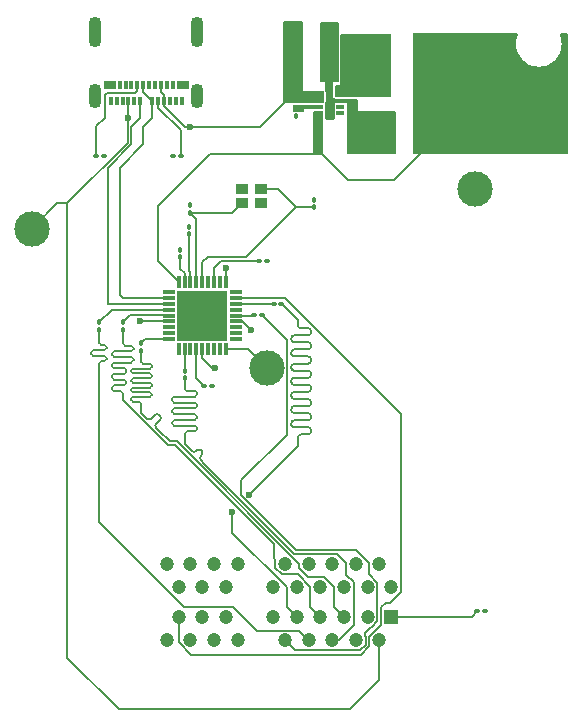
<source format=gbr>
%TF.GenerationSoftware,KiCad,Pcbnew,8.0.8*%
%TF.CreationDate,2025-07-23T18:15:36+02:00*%
%TF.ProjectId,CartridgeMk3ReaderMk6,43617274-7269-4646-9765-4d6b33526561,rev?*%
%TF.SameCoordinates,PX30a32c0PY5466720*%
%TF.FileFunction,Copper,L1,Top*%
%TF.FilePolarity,Positive*%
%FSLAX46Y46*%
G04 Gerber Fmt 4.6, Leading zero omitted, Abs format (unit mm)*
G04 Created by KiCad (PCBNEW 8.0.8) date 2025-07-23 18:15:36*
%MOMM*%
%LPD*%
G01*
G04 APERTURE LIST*
G04 Aperture macros list*
%AMRoundRect*
0 Rectangle with rounded corners*
0 $1 Rounding radius*
0 $2 $3 $4 $5 $6 $7 $8 $9 X,Y pos of 4 corners*
0 Add a 4 corners polygon primitive as box body*
4,1,4,$2,$3,$4,$5,$6,$7,$8,$9,$2,$3,0*
0 Add four circle primitives for the rounded corners*
1,1,$1+$1,$2,$3*
1,1,$1+$1,$4,$5*
1,1,$1+$1,$6,$7*
1,1,$1+$1,$8,$9*
0 Add four rect primitives between the rounded corners*
20,1,$1+$1,$2,$3,$4,$5,0*
20,1,$1+$1,$4,$5,$6,$7,0*
20,1,$1+$1,$6,$7,$8,$9,0*
20,1,$1+$1,$8,$9,$2,$3,0*%
G04 Aperture macros list end*
%TA.AperFunction,SMDPad,CuDef*%
%ADD10RoundRect,0.100000X0.100000X-0.130000X0.100000X0.130000X-0.100000X0.130000X-0.100000X-0.130000X0*%
%TD*%
%TA.AperFunction,SMDPad,CuDef*%
%ADD11RoundRect,0.100000X-0.130000X-0.100000X0.130000X-0.100000X0.130000X0.100000X-0.130000X0.100000X0*%
%TD*%
%TA.AperFunction,SMDPad,CuDef*%
%ADD12C,3.000000*%
%TD*%
%TA.AperFunction,SMDPad,CuDef*%
%ADD13RoundRect,0.250000X-0.325000X-0.650000X0.325000X-0.650000X0.325000X0.650000X-0.325000X0.650000X0*%
%TD*%
%TA.AperFunction,SMDPad,CuDef*%
%ADD14R,1.050000X0.300000*%
%TD*%
%TA.AperFunction,SMDPad,CuDef*%
%ADD15R,0.300000X1.050000*%
%TD*%
%TA.AperFunction,SMDPad,CuDef*%
%ADD16R,4.200000X4.200000*%
%TD*%
%TA.AperFunction,SMDPad,CuDef*%
%ADD17R,1.550000X4.500000*%
%TD*%
%TA.AperFunction,SMDPad,CuDef*%
%ADD18RoundRect,0.100000X-0.100000X0.130000X-0.100000X-0.130000X0.100000X-0.130000X0.100000X0.130000X0*%
%TD*%
%TA.AperFunction,ComponentPad*%
%ADD19R,1.200000X1.200000*%
%TD*%
%TA.AperFunction,ComponentPad*%
%ADD20C,1.200000*%
%TD*%
%TA.AperFunction,SMDPad,CuDef*%
%ADD21R,1.000000X0.900000*%
%TD*%
%TA.AperFunction,SMDPad,CuDef*%
%ADD22R,0.300000X0.700000*%
%TD*%
%TA.AperFunction,SMDPad,CuDef*%
%ADD23R,1.000000X0.700000*%
%TD*%
%TA.AperFunction,HeatsinkPad*%
%ADD24O,1.100000X2.100000*%
%TD*%
%TA.AperFunction,HeatsinkPad*%
%ADD25O,1.100000X2.600000*%
%TD*%
%TA.AperFunction,SMDPad,CuDef*%
%ADD26RoundRect,0.250000X0.325000X0.650000X-0.325000X0.650000X-0.325000X-0.650000X0.325000X-0.650000X0*%
%TD*%
%TA.AperFunction,SMDPad,CuDef*%
%ADD27R,0.825000X0.300000*%
%TD*%
%TA.AperFunction,SMDPad,CuDef*%
%ADD28R,0.725000X0.300000*%
%TD*%
%TA.AperFunction,SMDPad,CuDef*%
%ADD29RoundRect,0.100000X0.130000X0.100000X-0.130000X0.100000X-0.130000X-0.100000X0.130000X-0.100000X0*%
%TD*%
%TA.AperFunction,ViaPad*%
%ADD30C,0.600000*%
%TD*%
%TA.AperFunction,ViaPad*%
%ADD31C,0.400000*%
%TD*%
%TA.AperFunction,Conductor*%
%ADD32C,0.200000*%
%TD*%
G04 APERTURE END LIST*
D10*
%TO.P,R3,1*%
%TO.N,USB_RBIAS*%
X16150000Y48425000D03*
%TO.P,R3,2*%
%TO.N,GND*%
X16150000Y49065000D03*
%TD*%
D11*
%TO.P,R4,1*%
%TO.N,SD_WP*%
X22810000Y48150000D03*
%TO.P,R4,2*%
%TO.N,GND*%
X23450000Y48150000D03*
%TD*%
D12*
%TO.P,TP3,1,1*%
%TO.N,3V3*%
X46850000Y59900000D03*
%TD*%
D10*
%TO.P,C4,1*%
%TO.N,Net-(IC1-VDD18PLL)*%
X16850000Y50375000D03*
%TO.P,C4,2*%
%TO.N,GND*%
X16850000Y51015000D03*
%TD*%
D13*
%TO.P,C6,1*%
%TO.N,GND*%
X33725000Y59800000D03*
%TO.P,C6,2*%
%TO.N,3V3*%
X36675000Y59800000D03*
%TD*%
D10*
%TO.P,R8,1*%
%TO.N,SD_CMD*%
X16500000Y38180000D03*
%TO.P,R8,2*%
%TO.N,Net-(IC1-SD_CMD)*%
X16500000Y38820000D03*
%TD*%
D14*
%TO.P,IC1,1,LED*%
%TO.N,unconnected-(IC1-LED-Pad1)*%
X15150000Y45500000D03*
%TO.P,IC1,2,USB+*%
%TO.N,D+*%
X15150000Y45000000D03*
%TO.P,IC1,3,USB-*%
%TO.N,D-*%
X15150000Y44500000D03*
%TO.P,IC1,4,SD_D1*%
%TO.N,Net-(IC1-SD_D1)*%
X15150000Y44000000D03*
%TO.P,IC1,5,SD_D0*%
%TO.N,Net-(IC1-SD_D0)*%
X15150000Y43500000D03*
%TO.P,IC1,6,VDD33_1*%
%TO.N,3V3*%
X15150000Y43000000D03*
%TO.P,IC1,7,SD_D7*%
%TO.N,unconnected-(IC1-SD_D7-Pad7)*%
X15150000Y42500000D03*
%TO.P,IC1,8,SD_D6*%
%TO.N,unconnected-(IC1-SD_D6-Pad8)*%
X15150000Y42000000D03*
%TO.P,IC1,9,SD_CLK*%
%TO.N,Net-(IC1-SD_CLK)*%
X15150000Y41500000D03*
D15*
%TO.P,IC1,10,SD_D5*%
%TO.N,unconnected-(IC1-SD_D5-Pad10)*%
X16000000Y40650000D03*
%TO.P,IC1,11,SD_CMD*%
%TO.N,Net-(IC1-SD_CMD)*%
X16500000Y40650000D03*
%TO.P,IC1,12,NC_1*%
%TO.N,unconnected-(IC1-NC_1-Pad12)*%
X17000000Y40650000D03*
%TO.P,IC1,13,VDD18*%
%TO.N,Net-(IC1-VDD18)*%
X17500000Y40650000D03*
%TO.P,IC1,14,VDD33_2*%
%TO.N,3V3*%
X18000000Y40650000D03*
%TO.P,IC1,15,NC_2*%
%TO.N,unconnected-(IC1-NC_2-Pad15)*%
X18500000Y40650000D03*
%TO.P,IC1,16,NC_3*%
%TO.N,unconnected-(IC1-NC_3-Pad16)*%
X19000000Y40650000D03*
%TO.P,IC1,17,NC_4*%
%TO.N,unconnected-(IC1-NC_4-Pad17)*%
X19500000Y40650000D03*
%TO.P,IC1,18,RESET_N*%
%TO.N,Net-(IC1-RESET_N)*%
X20000000Y40650000D03*
D14*
%TO.P,IC1,19,NC_5*%
%TO.N,unconnected-(IC1-NC_5-Pad19)*%
X20850000Y41500000D03*
%TO.P,IC1,20,SD_D4*%
%TO.N,unconnected-(IC1-SD_D4-Pad20)*%
X20850000Y42000000D03*
%TO.P,IC1,21,CRD_PWR*%
%TO.N,unconnected-(IC1-CRD_PWR-Pad21)*%
X20850000Y42500000D03*
%TO.P,IC1,22,VDD33_3*%
%TO.N,3V3*%
X20850000Y43000000D03*
%TO.P,IC1,23,SD_D3*%
%TO.N,Net-(IC1-SD_D3)*%
X20850000Y43500000D03*
%TO.P,IC1,24,NC_6*%
%TO.N,unconnected-(IC1-NC_6-Pad24)*%
X20850000Y44000000D03*
%TO.P,IC1,25,SD_D2*%
%TO.N,Net-(IC1-SD_D2)*%
X20850000Y44500000D03*
%TO.P,IC1,26,SD_NCD*%
%TO.N,CARD_PRESENT*%
X20850000Y45000000D03*
%TO.P,IC1,27,RXD/SDA*%
%TO.N,unconnected-(IC1-RXD{slash}SDA-Pad27)*%
X20850000Y45500000D03*
D15*
%TO.P,IC1,28,TEST*%
%TO.N,GND*%
X20000000Y46350000D03*
%TO.P,IC1,29,NC_7*%
%TO.N,unconnected-(IC1-NC_7-Pad29)*%
X19500000Y46350000D03*
%TO.P,IC1,30,SD_WP*%
%TO.N,SD_WP*%
X19000000Y46350000D03*
%TO.P,IC1,31,TXD/SCK*%
%TO.N,unconnected-(IC1-TXD{slash}SCK-Pad31)*%
X18500000Y46350000D03*
%TO.P,IC1,32,XTAL2*%
%TO.N,USB_XTAL_OUT*%
X18000000Y46350000D03*
%TO.P,IC1,33,XTAL1_(CLKIN)*%
%TO.N,USB_XTAL_IN*%
X17500000Y46350000D03*
%TO.P,IC1,34,VDD18PLL*%
%TO.N,Net-(IC1-VDD18PLL)*%
X17000000Y46350000D03*
%TO.P,IC1,35,RBIAS*%
%TO.N,USB_RBIAS*%
X16500000Y46350000D03*
%TO.P,IC1,36,VDDA33*%
%TO.N,3V3*%
X16000000Y46350000D03*
D16*
%TO.P,IC1,37,VSS*%
%TO.N,GND*%
X18000000Y43500000D03*
%TD*%
D17*
%TO.P,L1,1,1*%
%TO.N,3V3*%
X36875000Y64600000D03*
%TO.P,L1,2,2*%
%TO.N,Net-(IC2-LX)*%
X33025000Y64600000D03*
%TD*%
D11*
%TO.P,R1,1*%
%TO.N,GND*%
X15525000Y57000000D03*
%TO.P,R1,2*%
%TO.N,Net-(J2-CC1)*%
X16165000Y57000000D03*
%TD*%
%TO.P,R5,1*%
%TO.N,SUPPLY*%
X41280000Y18450000D03*
%TO.P,R5,2*%
%TO.N,GND*%
X41920000Y18450000D03*
%TD*%
D18*
%TO.P,C5,1*%
%TO.N,Net-(IC2-VCC)*%
X25900000Y61015000D03*
%TO.P,C5,2*%
%TO.N,GND*%
X25900000Y60375000D03*
%TD*%
D11*
%TO.P,C3,1*%
%TO.N,Net-(IC1-VDD18)*%
X18180000Y37500000D03*
%TO.P,C3,2*%
%TO.N,GND*%
X18820000Y37500000D03*
%TD*%
D18*
%TO.P,R11,1*%
%TO.N,Net-(IC1-SD_D1)*%
X9250000Y42920000D03*
%TO.P,R11,2*%
%TO.N,SD_DAT1*%
X9250000Y42280000D03*
%TD*%
D19*
%TO.P,J1,A1,A1*%
%TO.N,SUPPLY*%
X34000000Y18000000D03*
D20*
%TO.P,J1,A2,A2*%
%TO.N,VCC*%
X33000000Y16000000D03*
%TO.P,J1,A3,A3*%
%TO.N,3V3*%
X32000000Y18000000D03*
%TO.P,J1,A4,A4*%
%TO.N,GND*%
X31000000Y16000000D03*
%TO.P,J1,A5,A5*%
%TO.N,SD_CLK*%
X30000000Y18000000D03*
%TO.P,J1,A6,A6*%
%TO.N,SD_CMD*%
X29000000Y16000000D03*
%TO.P,J1,A7,A7*%
%TO.N,SD_DAT0*%
X28000000Y18000000D03*
%TO.P,J1,A8,A8*%
%TO.N,SD_DAT1*%
X27000000Y16000000D03*
%TO.P,J1,A9,A9*%
%TO.N,SD_DAT2*%
X26000000Y18000000D03*
%TO.P,J1,A10,A10*%
%TO.N,SD_DAT3*%
X25000000Y16000000D03*
%TO.P,J1,A11,A11*%
%TO.N,unconnected-(J1-PadA11)*%
X24000000Y18000000D03*
%TO.P,J1,A12,A12*%
%TO.N,unconnected-(J1-PadA12)*%
X21000000Y16000000D03*
%TO.P,J1,A13,A13*%
%TO.N,unconnected-(J1-PadA13)*%
X20000000Y18000000D03*
%TO.P,J1,A14,A14*%
%TO.N,unconnected-(J1-PadA14)*%
X19000000Y16000000D03*
%TO.P,J1,A15,A15*%
%TO.N,unconnected-(J1-PadA15)*%
X18000000Y18000000D03*
%TO.P,J1,A16,A16*%
%TO.N,unconnected-(J1-PadA16)*%
X17000000Y16000000D03*
%TO.P,J1,A17,A17*%
%TO.N,CARD_PRESENT*%
X16000000Y18000000D03*
%TO.P,J1,A18,A18*%
%TO.N,unconnected-(J1-PadA18)*%
X15000000Y16000000D03*
%TO.P,J1,B1,B1*%
%TO.N,GND*%
X34000000Y20500000D03*
%TO.P,J1,B2,B2*%
X33000000Y22500000D03*
%TO.P,J1,B3,B3*%
X32000000Y20500000D03*
%TO.P,J1,B4,B4*%
X31000000Y22500000D03*
%TO.P,J1,B5,B5*%
X30000000Y20500000D03*
%TO.P,J1,B6,B6*%
X29000000Y22500000D03*
%TO.P,J1,B7,B7*%
X28000000Y20500000D03*
%TO.P,J1,B8,B8*%
X27000000Y22500000D03*
%TO.P,J1,B9,B9*%
X26000000Y20500000D03*
%TO.P,J1,B10,B10*%
X25000000Y22500000D03*
%TO.P,J1,B11,B11*%
%TO.N,unconnected-(J1-PadB11)*%
X24000000Y20500000D03*
%TO.P,J1,B12,B12*%
%TO.N,unconnected-(J1-PadB12)*%
X21000000Y22500000D03*
%TO.P,J1,B13,B13*%
%TO.N,unconnected-(J1-PadB13)*%
X20000000Y20500000D03*
%TO.P,J1,B14,B14*%
%TO.N,unconnected-(J1-PadB14)*%
X19000000Y22500000D03*
%TO.P,J1,B15,B15*%
%TO.N,unconnected-(J1-PadB15)*%
X18000000Y20500000D03*
%TO.P,J1,B16,B16*%
%TO.N,unconnected-(J1-PadB16)*%
X17000000Y22500000D03*
%TO.P,J1,B17,B17*%
%TO.N,unconnected-(J1-PadB17)*%
X16000000Y20500000D03*
%TO.P,J1,B18,B18*%
%TO.N,unconnected-(J1-PadB18)*%
X15000000Y22500000D03*
%TD*%
D21*
%TO.P,Y1,1,CRYSTAL_1*%
%TO.N,USB_XTAL_OUT*%
X23000000Y54226000D03*
%TO.P,Y1,2,GND_1*%
%TO.N,GND*%
X21350000Y54226000D03*
%TO.P,Y1,3,CRYSTAL_2*%
%TO.N,USB_XTAL_IN*%
X21350000Y53000000D03*
%TO.P,Y1,4,GND_2*%
%TO.N,GND*%
X23000000Y53000000D03*
%TD*%
D10*
%TO.P,C2,1*%
%TO.N,USB_XTAL_IN*%
X17000000Y52180000D03*
%TO.P,C2,2*%
%TO.N,GND*%
X17000000Y52820000D03*
%TD*%
D12*
%TO.P,TP4,1,1*%
%TO.N,GND*%
X41100000Y54250000D03*
%TD*%
D22*
%TO.P,J2,A1,GND*%
%TO.N,GND*%
X16250000Y61700000D03*
%TO.P,J2,A2,TX1+*%
%TO.N,unconnected-(J2-TX1+-PadA2)*%
X15750000Y61700000D03*
%TO.P,J2,A3,TX1-*%
%TO.N,unconnected-(J2-TX1--PadA3)*%
X15250000Y61700000D03*
%TO.P,J2,A4,VBUS*%
%TO.N,VCC*%
X14750000Y61700000D03*
%TO.P,J2,A5,CC1*%
%TO.N,Net-(J2-CC1)*%
X14250000Y61700000D03*
%TO.P,J2,A6,D+*%
%TO.N,D+*%
X13750000Y61700000D03*
%TO.P,J2,A7,D-*%
%TO.N,D-*%
X12750000Y61700000D03*
%TO.P,J2,A8,SBU1*%
%TO.N,unconnected-(J2-SBU1-PadA8)*%
X12250000Y61700000D03*
%TO.P,J2,A9,VBUS*%
%TO.N,VCC*%
X11750000Y61700000D03*
%TO.P,J2,A10,RX2-*%
%TO.N,unconnected-(J2-RX2--PadA10)*%
X11250000Y61700000D03*
%TO.P,J2,A11,RX2+*%
%TO.N,unconnected-(J2-RX2+-PadA11)*%
X10750000Y61700000D03*
%TO.P,J2,A12,GND*%
%TO.N,GND*%
X10250000Y61700000D03*
D23*
%TO.P,J2,B1,GND*%
X10150000Y63000000D03*
D22*
%TO.P,J2,B2,TX2+*%
%TO.N,unconnected-(J2-TX2+-PadB2)*%
X11000000Y63000000D03*
%TO.P,J2,B3,TX2-*%
%TO.N,unconnected-(J2-TX2--PadB3)*%
X11500000Y63000000D03*
%TO.P,J2,B4,VBUS*%
%TO.N,VCC*%
X12000000Y63000000D03*
%TO.P,J2,B5,CC2*%
%TO.N,Net-(J2-CC2)*%
X12500000Y63000000D03*
%TO.P,J2,B6,D+*%
%TO.N,D+*%
X13000000Y63000000D03*
%TO.P,J2,B7,D-*%
%TO.N,D-*%
X13500000Y63000000D03*
%TO.P,J2,B8,SBU2*%
%TO.N,unconnected-(J2-SBU2-PadB8)*%
X14000000Y63000000D03*
%TO.P,J2,B9,VBUS*%
%TO.N,VCC*%
X14500000Y63000000D03*
%TO.P,J2,B10,RX1-*%
%TO.N,unconnected-(J2-RX1--PadB10)*%
X15000000Y63000000D03*
%TO.P,J2,B11,RX1+*%
%TO.N,unconnected-(J2-RX1+-PadB11)*%
X15500000Y63000000D03*
D23*
%TO.P,J2,B12,GND*%
%TO.N,GND*%
X16350000Y63000000D03*
D24*
%TO.P,J2,S1,SHIELD*%
X17570000Y62110000D03*
D25*
X17570000Y67470000D03*
D24*
X8930000Y62110000D03*
D25*
X8930000Y67470000D03*
%TD*%
D26*
%TO.P,C8,1*%
%TO.N,GND*%
X28700000Y67250000D03*
%TO.P,C8,2*%
%TO.N,VCC*%
X25750000Y67250000D03*
%TD*%
D18*
%TO.P,C1,1*%
%TO.N,GND*%
X27500000Y53320000D03*
%TO.P,C1,2*%
%TO.N,USB_XTAL_OUT*%
X27500000Y52680000D03*
%TD*%
D12*
%TO.P,TP2,1,1*%
%TO.N,VCC*%
X3550000Y50850000D03*
%TD*%
D27*
%TO.P,IC2,1,VIN*%
%TO.N,VCC*%
X27862000Y62188000D03*
D28*
%TO.P,IC2,2,EN/UVLO*%
X27812000Y61688000D03*
%TO.P,IC2,3,VCC*%
%TO.N,Net-(IC2-VCC)*%
X27812000Y61188000D03*
%TO.P,IC2,4,FB/VOUT*%
%TO.N,3V3*%
X27812000Y60688000D03*
%TO.P,IC2,5,MODE*%
%TO.N,unconnected-(IC2-MODE-Pad5)*%
X29688000Y60688000D03*
%TO.P,IC2,6,~{RESET}*%
%TO.N,unconnected-(IC2-~{RESET}-Pad6)*%
X29688000Y61188000D03*
%TO.P,IC2,7,GND*%
%TO.N,GND*%
X29688000Y61688000D03*
%TO.P,IC2,8,LX*%
%TO.N,Net-(IC2-LX)*%
X29688000Y62188000D03*
%TD*%
D12*
%TO.P,TP1,1,1*%
%TO.N,Net-(IC1-RESET_N)*%
X23450000Y39050000D03*
%TD*%
D29*
%TO.P,R6,1*%
%TO.N,SD_DAT2*%
X24700000Y44500000D03*
%TO.P,R6,2*%
%TO.N,Net-(IC1-SD_D2)*%
X24060000Y44500000D03*
%TD*%
D13*
%TO.P,C7,1*%
%TO.N,VCC*%
X25725000Y64800000D03*
%TO.P,C7,2*%
%TO.N,GND*%
X28675000Y64800000D03*
%TD*%
D18*
%TO.P,R9,1*%
%TO.N,Net-(IC1-SD_CLK)*%
X12850000Y41165000D03*
%TO.P,R9,2*%
%TO.N,SD_CLK*%
X12850000Y40525000D03*
%TD*%
%TO.P,R10,1*%
%TO.N,Net-(IC1-SD_D0)*%
X11250000Y42920000D03*
%TO.P,R10,2*%
%TO.N,SD_DAT0*%
X11250000Y42280000D03*
%TD*%
D11*
%TO.P,R2,1*%
%TO.N,Net-(J2-CC2)*%
X9025000Y57000000D03*
%TO.P,R2,2*%
%TO.N,GND*%
X9665000Y57000000D03*
%TD*%
D29*
%TO.P,R7,1*%
%TO.N,SD_DAT3*%
X23020000Y43550000D03*
%TO.P,R7,2*%
%TO.N,Net-(IC1-SD_D3)*%
X22380000Y43550000D03*
%TD*%
D30*
%TO.N,GND*%
X32550000Y58250000D03*
D31*
X21400000Y54226000D03*
X27500000Y53320000D03*
X18820000Y37500000D03*
X16850000Y51015000D03*
X10100000Y63000000D03*
X41920000Y18450000D03*
X16250000Y61700000D03*
D30*
X28850000Y61050000D03*
D31*
X41100000Y54250000D03*
X23025000Y52975000D03*
X10250000Y61700000D03*
X15525000Y57000000D03*
X16350000Y63000000D03*
D30*
X28850000Y61700000D03*
D31*
X9665000Y57000000D03*
D30*
X20000000Y47500000D03*
D31*
X23450000Y48150000D03*
X17000000Y52820000D03*
D30*
X33250000Y58250000D03*
D31*
X25900000Y60375000D03*
X16150000Y49065000D03*
D30*
X18000000Y43500000D03*
%TO.N,3V3*%
X22100000Y42300000D03*
X46850000Y60050000D03*
X12750000Y43000000D03*
X19050000Y39100000D03*
%TO.N,SD_DAT2*%
X21994871Y28344871D03*
X20555908Y26905908D03*
D31*
%TO.N,D-*%
X12750000Y61700000D03*
X13500000Y63000000D03*
D30*
%TO.N,VCC*%
X17000000Y59500000D03*
X11750000Y60250000D03*
D31*
X11750000Y61700000D03*
X12000000Y63000000D03*
%TD*%
D32*
%TO.N,GND*%
X23320000Y52680000D02*
X23025000Y52975000D01*
X22650000Y53000000D02*
X23000000Y53000000D01*
X16350000Y63000000D02*
X16680000Y63000000D01*
X23025000Y52975000D02*
X23000000Y53000000D01*
X16250000Y62900000D02*
X16350000Y63000000D01*
X21350000Y54226000D02*
X21400000Y54226000D01*
X10250000Y62900000D02*
X10150000Y63000000D01*
X17600000Y67500000D02*
X17570000Y67470000D01*
X10100000Y63000000D02*
X9820000Y63000000D01*
X20000000Y46350000D02*
X20000000Y47500000D01*
X10150000Y63000000D02*
X10100000Y63000000D01*
%TO.N,USB_XTAL_OUT*%
X25920000Y52680000D02*
X21740000Y48500000D01*
X24374000Y54226000D02*
X25920000Y52680000D01*
X21740000Y48500000D02*
X18500000Y48500000D01*
X23000000Y54226000D02*
X24374000Y54226000D01*
X18000000Y46350000D02*
X18000000Y48000000D01*
X18000000Y48000000D02*
X18500000Y48500000D01*
X25920000Y52680000D02*
X27500000Y52680000D01*
%TO.N,USB_XTAL_IN*%
X17500000Y51680000D02*
X17500000Y46350000D01*
X17000000Y52180000D02*
X17500000Y51680000D01*
X20530000Y52180000D02*
X21350000Y53000000D01*
X17000000Y52180000D02*
X20530000Y52180000D01*
%TO.N,Net-(IC1-VDD18)*%
X17500000Y38180000D02*
X17500000Y40650000D01*
X18180000Y37500000D02*
X17500000Y38180000D01*
%TO.N,Net-(IC1-VDD18PLL)*%
X16900000Y47290686D02*
X16900000Y49361028D01*
X16850000Y49411028D02*
X16850000Y50375000D01*
X17000000Y47190686D02*
X17000000Y46350000D01*
X16900000Y49361028D02*
X16850000Y49411028D01*
X17000000Y47190686D02*
X16900000Y47290686D01*
%TO.N,3V3*%
X14250000Y48100000D02*
X16000000Y46350000D01*
X18825000Y39100000D02*
X19050000Y39100000D01*
X30350000Y55000000D02*
X34250000Y55000000D01*
X34250000Y55000000D02*
X36500000Y57250000D01*
X28175000Y57175000D02*
X30350000Y55000000D01*
X18625000Y57175000D02*
X14250000Y52800000D01*
X15150000Y43000000D02*
X12750000Y43000000D01*
X14250000Y52800000D02*
X14250000Y48100000D01*
X36500000Y57250000D02*
X36550000Y57250000D01*
X28000000Y57350000D02*
X28175000Y57175000D01*
X21400000Y43000000D02*
X22100000Y42300000D01*
X18000000Y40650000D02*
X18000000Y39925000D01*
X46825000Y60075000D02*
X46850000Y60050000D01*
X18000000Y39925000D02*
X18825000Y39100000D01*
X20850000Y43000000D02*
X21400000Y43000000D01*
X28175000Y57175000D02*
X18625000Y57175000D01*
%TO.N,SD_CMD*%
X17384000Y36627892D02*
X16696000Y36627892D01*
X16500000Y38180000D02*
X16500000Y37313892D01*
X17448610Y32022804D02*
X17512248Y32086445D01*
X15420000Y34471892D02*
X15420000Y34373892D01*
X16500000Y34667892D02*
X15616000Y34667892D01*
X30173000Y22527000D02*
X30173000Y21577000D01*
X16500000Y33491892D02*
X16500000Y33393892D01*
X15616000Y35157892D02*
X16500000Y35157892D01*
X16696000Y34177892D02*
X17384000Y34177892D01*
X25805003Y23327000D02*
X29373000Y23327000D01*
X16500000Y34177892D02*
X16696000Y34177892D01*
X17384000Y35647892D02*
X16500000Y35647892D01*
X17580000Y34961892D02*
X17580000Y34863892D01*
X17580000Y33981892D02*
X17580000Y33883892D01*
X16500000Y36627892D02*
X15616000Y36627892D01*
X17957726Y31174277D02*
X18101919Y31030084D01*
X16696000Y36627892D02*
X16500000Y36627892D01*
X15420000Y36431892D02*
X15420000Y36333892D01*
X16500000Y35647892D02*
X15616000Y35647892D01*
X18101919Y31030084D02*
X25805003Y23327000D01*
X17936512Y31662180D02*
X17872871Y31598542D01*
X30173000Y21577000D02*
X30827000Y20923000D01*
X29373000Y23327000D02*
X30173000Y22527000D01*
X16500000Y35157892D02*
X17384000Y35157892D01*
X17384000Y34667892D02*
X16500000Y34667892D01*
X17580000Y35941892D02*
X17580000Y35843892D01*
X17872872Y31259130D02*
X17957726Y31174277D01*
X15616000Y36137892D02*
X16500000Y36137892D01*
X16696000Y37117892D02*
X17384000Y37117892D01*
X29550000Y16000000D02*
X29000000Y16000000D01*
X30827000Y20923000D02*
X30827000Y17277000D01*
X16500000Y36137892D02*
X17384000Y36137892D01*
X30827000Y17277000D02*
X29550000Y16000000D01*
X16500000Y33393892D02*
X16500000Y32737061D01*
X16500000Y32737061D02*
X16500000Y32632003D01*
X17580000Y36921892D02*
X17580000Y36823892D01*
X16500000Y32632003D02*
X17109198Y32022805D01*
X17384000Y33687892D02*
X16696000Y33687892D01*
X17851660Y32086444D02*
X17936512Y32001592D01*
X15616000Y34177892D02*
X16500000Y34177892D01*
X15420000Y35451892D02*
X15420000Y35353892D01*
X17384000Y35157892D02*
G75*
G02*
X17579992Y34961892I0J-195992D01*
G01*
X17512248Y32086445D02*
G75*
G02*
X17851706Y32086491I169752J-169745D01*
G01*
X17109198Y32022805D02*
G75*
G03*
X17448605Y32022808I169702J169695D01*
G01*
X15616000Y34667892D02*
G75*
G03*
X15420008Y34471892I0J-195992D01*
G01*
X15616000Y35647892D02*
G75*
G03*
X15420008Y35451892I0J-195992D01*
G01*
X17384000Y36137892D02*
G75*
G02*
X17579992Y35941892I0J-195992D01*
G01*
X17580000Y35843892D02*
G75*
G02*
X17384000Y35647900I-196000J8D01*
G01*
X15420000Y34373892D02*
G75*
G03*
X15616000Y34177900I196000J8D01*
G01*
X17936512Y32001592D02*
G75*
G02*
X17936498Y31662194I-169712J-169692D01*
G01*
X17580000Y36823892D02*
G75*
G02*
X17384000Y36627900I-196000J8D01*
G01*
X17384000Y34177892D02*
G75*
G02*
X17579992Y33981892I0J-195992D01*
G01*
X16696000Y33687892D02*
G75*
G03*
X16500008Y33491892I0J-195992D01*
G01*
X16500000Y37313892D02*
G75*
G03*
X16696000Y37117900I196000J8D01*
G01*
X15616000Y36627892D02*
G75*
G03*
X15420008Y36431892I0J-195992D01*
G01*
X17872871Y31598542D02*
G75*
G03*
X17872835Y31259094I169729J-169742D01*
G01*
X17384000Y37117892D02*
G75*
G02*
X17579992Y36921892I0J-195992D01*
G01*
X17580000Y34863892D02*
G75*
G02*
X17384000Y34667900I-196000J8D01*
G01*
X15420000Y35353892D02*
G75*
G03*
X15616000Y35157900I196000J8D01*
G01*
X15420000Y36333892D02*
G75*
G03*
X15616000Y36137900I196000J8D01*
G01*
X17580000Y33883892D02*
G75*
G02*
X17384000Y33687900I-196000J8D01*
G01*
%TO.N,SD_DAT3*%
X25940451Y23654000D02*
X31015555Y23654000D01*
X23020000Y43550000D02*
X25177000Y41393000D01*
X31800000Y16369555D02*
X31827000Y16342555D01*
X31015555Y23654000D02*
X32100000Y22569555D01*
X25177000Y41393000D02*
X25177000Y33427000D01*
X31827000Y15627000D02*
X31350000Y15150000D01*
X32827000Y20873000D02*
X32827000Y17657445D01*
X25177000Y33427000D02*
X21300000Y29550000D01*
X25850000Y15150000D02*
X25000000Y16000000D01*
X21300000Y28294451D02*
X25940451Y23654000D01*
X32827000Y17657445D02*
X32342555Y17173000D01*
X32100000Y21600000D02*
X32827000Y20873000D01*
X31350000Y15150000D02*
X25850000Y15150000D01*
X32342555Y17173000D02*
X32323000Y17173000D01*
X31800000Y16650000D02*
X31800000Y16369555D01*
X32323000Y17173000D02*
X31800000Y16650000D01*
X21300000Y29550000D02*
X21300000Y28294451D01*
X31827000Y16342555D02*
X31827000Y15627000D01*
X32100000Y22569555D02*
X32100000Y21600000D01*
%TO.N,USB_RBIAS*%
X16500000Y47125000D02*
X16150000Y47475000D01*
X16500000Y46350000D02*
X16500000Y47125000D01*
X16150000Y47475000D02*
X16150000Y48425000D01*
%TO.N,SD_WP*%
X19000000Y47500000D02*
X19000000Y46350000D01*
X19600000Y48100000D02*
X19000000Y47500000D01*
X22760000Y48100000D02*
X19600000Y48100000D01*
X22810000Y48150000D02*
X22760000Y48100000D01*
%TO.N,SD_DAT0*%
X11250000Y37603852D02*
X11058000Y37603852D01*
X11570190Y37923757D02*
X11570190Y37763947D01*
X11250000Y36387552D02*
X11308119Y36329433D01*
X10323347Y40291852D02*
X10323347Y40195852D01*
X24730445Y21600000D02*
X26069555Y21600000D01*
X12176650Y39811852D02*
X12176650Y39715852D01*
X10323350Y39331852D02*
X10323350Y39235852D01*
X10515351Y38083852D02*
X11250000Y38083852D01*
X10515347Y37123852D02*
X11058000Y37123852D01*
X11308119Y36329433D02*
X15114552Y32523000D01*
X11250000Y39523852D02*
X10515350Y39523852D01*
X11442000Y40963852D02*
X11984653Y40963852D01*
X11058000Y37603852D02*
X10515347Y37603852D01*
X11442000Y40483852D02*
X11250000Y40483852D01*
X10515347Y40003852D02*
X11250000Y40003852D01*
X11410095Y37603852D02*
X11250000Y37603852D01*
X24173000Y22157445D02*
X24730445Y21600000D01*
X10323347Y37411852D02*
X10323347Y37315852D01*
X24173000Y22842555D02*
X24173000Y22157445D01*
X11984653Y40483852D02*
X11442000Y40483852D01*
X24078554Y22937001D02*
X24173000Y22842555D01*
X11570226Y38883739D02*
X11570226Y38723965D01*
X11410113Y38563852D02*
X11250000Y38563852D01*
X15114552Y32523000D02*
X15684107Y32523000D01*
X11250000Y40003852D02*
X11984650Y40003852D01*
X27150000Y18850000D02*
X28000000Y18000000D01*
X11984650Y39523852D02*
X11250000Y39523852D01*
X11250000Y38083852D02*
X11410095Y38083852D01*
X26069555Y21600000D02*
X27150000Y20519555D01*
X11250000Y38563852D02*
X10515351Y38563852D01*
X12176653Y40771852D02*
X12176653Y40675852D01*
X11250000Y36931852D02*
X11250000Y36835852D01*
X11250000Y40483852D02*
X10515347Y40483852D01*
X11250000Y42280000D02*
X11250000Y41155852D01*
X27150000Y20519555D02*
X27150000Y18850000D01*
X11250000Y36835852D02*
X11250000Y36387552D01*
X11250000Y39043852D02*
X11410113Y39043852D01*
X10515350Y39043852D02*
X11250000Y39043852D01*
X10323351Y38371852D02*
X10323351Y38275852D01*
X24078554Y24128553D02*
X24078554Y22937001D01*
X15684107Y32523000D02*
X24078554Y24128553D01*
X10515347Y40483852D02*
G75*
G03*
X10323348Y40291852I-47J-191952D01*
G01*
X10323350Y39235852D02*
G75*
G03*
X10515350Y39043950I191950J48D01*
G01*
X10323351Y38275852D02*
G75*
G03*
X10515351Y38083951I191949J48D01*
G01*
X10515350Y39523852D02*
G75*
G03*
X10323348Y39331852I-50J-191952D01*
G01*
X11984650Y40003852D02*
G75*
G02*
X12176652Y39811852I50J-191952D01*
G01*
X11410113Y39043852D02*
G75*
G02*
X11570252Y38883739I-13J-160152D01*
G01*
X11984653Y40963852D02*
G75*
G02*
X12176652Y40771852I47J-191952D01*
G01*
X10323347Y37315852D02*
G75*
G03*
X10515347Y37123947I191953J48D01*
G01*
X11570190Y37763947D02*
G75*
G02*
X11410095Y37603810I-160090J-47D01*
G01*
X12176653Y40675852D02*
G75*
G02*
X11984653Y40483947I-191953J48D01*
G01*
X11058000Y37123852D02*
G75*
G02*
X11249952Y36931852I0J-191952D01*
G01*
X10323347Y40195852D02*
G75*
G03*
X10515347Y40003947I191953J48D01*
G01*
X11410095Y38083852D02*
G75*
G02*
X11570152Y37923757I5J-160052D01*
G01*
X11570226Y38723965D02*
G75*
G02*
X11410113Y38563874I-160126J35D01*
G01*
X10515351Y38563852D02*
G75*
G03*
X10323348Y38371852I-51J-191952D01*
G01*
X12176650Y39715852D02*
G75*
G02*
X11984650Y39523950I-191950J48D01*
G01*
X10515347Y37603852D02*
G75*
G03*
X10323348Y37411852I-47J-191952D01*
G01*
X11250000Y41155852D02*
G75*
G03*
X11442000Y40963900I192000J48D01*
G01*
%TO.N,CARD_PRESENT*%
X34827000Y35156260D02*
X34827000Y20127000D01*
X32154000Y15491552D02*
X31462448Y14800000D01*
X31462448Y14800000D02*
X17030445Y14800000D01*
X33154000Y17323555D02*
X32154000Y16323555D01*
X17030445Y14800000D02*
X16000000Y15830445D01*
X20850000Y45000000D02*
X24983260Y45000000D01*
X16000000Y15830445D02*
X16000000Y18000000D01*
X33154000Y18808000D02*
X33154000Y17323555D01*
X33546000Y19200000D02*
X33154000Y18808000D01*
X32154000Y16323555D02*
X32154000Y15491552D01*
X24983260Y45000000D02*
X34827000Y35156260D01*
X34827000Y20127000D02*
X33900000Y19200000D01*
X33900000Y19200000D02*
X33546000Y19200000D01*
%TO.N,SD_DAT2*%
X26967959Y41837165D02*
X26340000Y41837165D01*
X25542035Y40397165D02*
X25542035Y40277165D01*
X25782035Y38837165D02*
X26100000Y38837165D01*
X26967948Y33437165D02*
X26340000Y33437165D01*
X26100000Y34637165D02*
X25782047Y34637165D01*
X25542035Y41597165D02*
X25542035Y41477165D01*
X25782035Y40037165D02*
X26100000Y40037165D01*
X26100000Y37637165D02*
X26967959Y37637165D01*
X27207959Y42197165D02*
X27207959Y42077165D01*
X26340000Y42437165D02*
X26967959Y42437165D01*
X26100000Y35237165D02*
X26967959Y35237165D01*
X25542047Y36797165D02*
X25542047Y36677165D01*
X26100000Y40637165D02*
X25782035Y40637165D01*
X24700000Y44500000D02*
X24750000Y44500000D01*
X27207959Y39797165D02*
X27207959Y39677165D01*
X27207959Y36197165D02*
X27207959Y36077165D01*
X26100000Y32450000D02*
X21994871Y28344871D01*
X25782035Y41237165D02*
X26100000Y41237165D01*
X26967959Y38237165D02*
X26100000Y38237165D01*
X25173000Y18827000D02*
X26000000Y18000000D01*
X26100000Y43150000D02*
X26100000Y42677165D01*
X26100000Y40037165D02*
X26967959Y40037165D01*
X26100000Y37037165D02*
X25782047Y37037165D01*
X26100000Y36437165D02*
X26967959Y36437165D01*
X25782035Y37637165D02*
X26100000Y37637165D01*
X27207948Y33797165D02*
X27207948Y33677165D01*
X25542047Y34397165D02*
X25542047Y34277165D01*
X26100000Y41837165D02*
X25782035Y41837165D01*
X26967959Y40637165D02*
X26100000Y40637165D01*
X25173000Y20496555D02*
X25173000Y18827000D01*
X26100000Y35837165D02*
X25782047Y35837165D01*
X26967959Y34637165D02*
X26100000Y34637165D01*
X27207959Y40997165D02*
X27207959Y40877165D01*
X25782047Y34037165D02*
X26100000Y34037165D01*
X26100000Y38237165D02*
X25782035Y38237165D01*
X26100000Y38837165D02*
X26967959Y38837165D01*
X26967959Y35837165D02*
X26100000Y35837165D01*
X25542035Y39197165D02*
X25542035Y39077165D01*
X26100000Y39437165D02*
X25782035Y39437165D01*
X26967959Y39437165D02*
X26100000Y39437165D01*
X26100000Y34037165D02*
X26340000Y34037165D01*
X20555908Y26905908D02*
X20555908Y25113647D01*
X26100000Y41237165D02*
X26967959Y41237165D01*
X25782047Y36437165D02*
X26100000Y36437165D01*
X25782047Y35237165D02*
X26100000Y35237165D01*
X25542047Y35597165D02*
X25542047Y35477165D01*
X27207959Y38597165D02*
X27207959Y38477165D01*
X27207959Y34997165D02*
X27207959Y34877165D01*
X26340000Y41837165D02*
X26100000Y41837165D01*
X26100000Y32500000D02*
X26100000Y32450000D01*
X26100000Y33077165D02*
X26100000Y32500000D01*
X27207959Y37397165D02*
X27207959Y37277165D01*
X26340000Y34037165D02*
X26967948Y34037165D01*
X24750000Y44500000D02*
X26100000Y43150000D01*
X25542035Y37997165D02*
X25542035Y37877165D01*
X20555908Y25113647D02*
X25173000Y20496555D01*
X26967959Y37037165D02*
X26100000Y37037165D01*
X26100000Y33197165D02*
X26100000Y33077165D01*
X26967959Y38837165D02*
G75*
G02*
X27207965Y38597165I41J-239965D01*
G01*
X26967959Y36437165D02*
G75*
G02*
X27207965Y36197165I41J-239965D01*
G01*
X27207959Y39677165D02*
G75*
G02*
X26967959Y39437241I-239959J35D01*
G01*
X25782035Y39437165D02*
G75*
G03*
X25542035Y39197165I-35J-239965D01*
G01*
X27207959Y42077165D02*
G75*
G02*
X26967959Y41837241I-239959J35D01*
G01*
X27207959Y38477165D02*
G75*
G02*
X26967959Y38237241I-239959J35D01*
G01*
X26100000Y42677165D02*
G75*
G03*
X26340000Y42437200I240000J35D01*
G01*
X25542047Y36677165D02*
G75*
G03*
X25782047Y36437247I239953J35D01*
G01*
X26967959Y41237165D02*
G75*
G02*
X27207965Y40997165I41J-239965D01*
G01*
X27207959Y37277165D02*
G75*
G02*
X26967959Y37037241I-239959J35D01*
G01*
X26967959Y42437165D02*
G75*
G02*
X27207965Y42197165I41J-239965D01*
G01*
X25542035Y40277165D02*
G75*
G03*
X25782035Y40037235I239965J35D01*
G01*
X26340000Y33437165D02*
G75*
G03*
X26100035Y33197165I0J-239965D01*
G01*
X27207959Y40877165D02*
G75*
G02*
X26967959Y40637241I-239959J35D01*
G01*
X25782035Y41837165D02*
G75*
G03*
X25542035Y41597165I-35J-239965D01*
G01*
X26967948Y34037165D02*
G75*
G02*
X27207865Y33797165I-48J-239965D01*
G01*
X25542035Y41477165D02*
G75*
G03*
X25782035Y41237235I239965J35D01*
G01*
X25782035Y38237165D02*
G75*
G03*
X25542035Y37997165I-35J-239965D01*
G01*
X25782035Y40637165D02*
G75*
G03*
X25542035Y40397165I-35J-239965D01*
G01*
X25542047Y34277165D02*
G75*
G03*
X25782047Y34037247I239953J35D01*
G01*
X27207948Y33677165D02*
G75*
G02*
X26967948Y33437152I-240048J35D01*
G01*
X25782047Y35837165D02*
G75*
G03*
X25542035Y35597165I-47J-239965D01*
G01*
X27207959Y36077165D02*
G75*
G02*
X26967959Y35837241I-239959J35D01*
G01*
X27207959Y34877165D02*
G75*
G02*
X26967959Y34637241I-239959J35D01*
G01*
X25542035Y37877165D02*
G75*
G03*
X25782035Y37637235I239965J35D01*
G01*
X25782047Y37037165D02*
G75*
G03*
X25542035Y36797165I-47J-239965D01*
G01*
X26967959Y37637165D02*
G75*
G02*
X27207965Y37397165I41J-239965D01*
G01*
X25542035Y39077165D02*
G75*
G03*
X25782035Y38837235I239965J35D01*
G01*
X26967959Y35237165D02*
G75*
G02*
X27207965Y34997165I41J-239965D01*
G01*
X25542047Y35477165D02*
G75*
G03*
X25782047Y35237247I239953J35D01*
G01*
X26967959Y40037165D02*
G75*
G02*
X27207965Y39797165I41J-239965D01*
G01*
X25782047Y34637165D02*
G75*
G03*
X25542035Y34397165I-47J-239965D01*
G01*
%TO.N,D-*%
X10000000Y56000000D02*
X10000000Y44500000D01*
X12000000Y58000000D02*
X10000000Y56000000D01*
X12750000Y61700000D02*
X12750000Y60250000D01*
X12000000Y59500000D02*
X12000000Y58000000D01*
X10000000Y44500000D02*
X15150000Y44500000D01*
X12750000Y60250000D02*
X12000000Y59500000D01*
%TO.N,D+*%
X13000000Y62450000D02*
X13750000Y61700000D01*
X11000000Y45250000D02*
X11000000Y56000000D01*
X13750000Y61700000D02*
X13750000Y60250000D01*
X11000000Y45250000D02*
X11250000Y45000000D01*
X11000000Y56000000D02*
X13000000Y58000000D01*
X11250000Y45000000D02*
X15150000Y45000000D01*
X13000000Y63000000D02*
X13000000Y62450000D01*
X13750000Y60250000D02*
X13000000Y59500000D01*
X13000000Y59500000D02*
X13000000Y58000000D01*
%TO.N,SD_CLK*%
X11970000Y38050077D02*
X11970000Y37970077D01*
X12130000Y37810077D02*
X12850000Y37810077D01*
X12850000Y37410077D02*
X12130000Y37410077D01*
X12690000Y36610077D02*
X12130000Y36610077D01*
X13010000Y39010077D02*
X12850000Y39010077D01*
X15250000Y32850000D02*
X15819555Y32850000D01*
X14179926Y33920074D02*
X14362797Y33737203D01*
X14362797Y33737203D02*
X15250000Y32850000D01*
X13570000Y37410077D02*
X12850000Y37410077D01*
X12850000Y35250000D02*
X13331398Y34768602D01*
X26980445Y21350000D02*
X28319555Y21350000D01*
X13570000Y39010077D02*
X13010000Y39010077D01*
X13570000Y38210077D02*
X12850000Y38210077D01*
X13730000Y39250077D02*
X13730000Y39170077D01*
X12850000Y40525000D02*
X12850000Y39570077D01*
X13010000Y39410077D02*
X13570000Y39410077D01*
X14095072Y34004927D02*
X14179926Y33920074D01*
X12850000Y36610077D02*
X12690000Y36610077D01*
X11970000Y36450077D02*
X11970000Y36370077D01*
X26173000Y22157445D02*
X26980445Y21350000D01*
X12850000Y38610077D02*
X13570000Y38610077D01*
X13730000Y38450077D02*
X13730000Y38370077D01*
X28319555Y21350000D02*
X29173000Y20496555D01*
X12850000Y35970077D02*
X12850000Y35470267D01*
X13570000Y36610077D02*
X12850000Y36610077D01*
X12130000Y36210077D02*
X12690000Y36210077D01*
X11970000Y38850077D02*
X11970000Y38770077D01*
X12850000Y36050077D02*
X12850000Y35970077D01*
X26173000Y22496555D02*
X26173000Y22157445D01*
X12130000Y37010077D02*
X12850000Y37010077D01*
X13730000Y36850077D02*
X13730000Y36770077D01*
X12130000Y38610077D02*
X12850000Y38610077D01*
X14420342Y34669607D02*
X14095071Y34344339D01*
X12850000Y38210077D02*
X12130000Y38210077D01*
X13670810Y34768601D02*
X13996078Y35093872D01*
X14335490Y35093871D02*
X14420342Y35009019D01*
X12850000Y37010077D02*
X13570000Y37010077D01*
X12850000Y37810077D02*
X13570000Y37810077D01*
X29173000Y20496555D02*
X29173000Y18827000D01*
X11970000Y37250077D02*
X11970000Y37170077D01*
X13730000Y37650077D02*
X13730000Y37570077D01*
X29173000Y18827000D02*
X30000000Y18000000D01*
X12850000Y35470267D02*
X12850000Y35250000D01*
X15819555Y32850000D02*
X26173000Y22496555D01*
X12850000Y39010077D02*
X12130000Y39010077D01*
X12130000Y38210077D02*
G75*
G03*
X11970023Y38050077I0J-159977D01*
G01*
X13570000Y39410077D02*
G75*
G02*
X13729977Y39250077I0J-159977D01*
G01*
X13570000Y37010077D02*
G75*
G02*
X13729977Y36850077I0J-159977D01*
G01*
X13730000Y37570077D02*
G75*
G02*
X13570000Y37410100I-160000J23D01*
G01*
X13331398Y34768602D02*
G75*
G03*
X13670805Y34768605I169702J169698D01*
G01*
X13570000Y37810077D02*
G75*
G02*
X13729977Y37650077I0J-159977D01*
G01*
X12130000Y39010077D02*
G75*
G03*
X11970023Y38850077I0J-159977D01*
G01*
X12850000Y39570077D02*
G75*
G03*
X13010000Y39410100I160000J23D01*
G01*
X13730000Y38370077D02*
G75*
G02*
X13570000Y38210100I-160000J23D01*
G01*
X11970000Y38770077D02*
G75*
G03*
X12130000Y38610100I160000J23D01*
G01*
X12130000Y36610077D02*
G75*
G03*
X11970023Y36450077I0J-159977D01*
G01*
X11970000Y37970077D02*
G75*
G03*
X12130000Y37810100I160000J23D01*
G01*
X11970000Y36370077D02*
G75*
G03*
X12130000Y36210100I160000J23D01*
G01*
X12690000Y36210077D02*
G75*
G02*
X12849977Y36050077I0J-159977D01*
G01*
X14420342Y35009019D02*
G75*
G02*
X14420355Y34669594I-169742J-169719D01*
G01*
X13730000Y39170077D02*
G75*
G02*
X13570000Y39010100I-160000J23D01*
G01*
X13570000Y38610077D02*
G75*
G02*
X13729977Y38450077I0J-159977D01*
G01*
X11970000Y37170077D02*
G75*
G03*
X12130000Y37010100I160000J23D01*
G01*
X14095071Y34344339D02*
G75*
G03*
X14095038Y34004894I169729J-169739D01*
G01*
X13730000Y36770077D02*
G75*
G02*
X13570000Y36610100I-160000J23D01*
G01*
X13996078Y35093872D02*
G75*
G02*
X14335507Y35093888I169722J-169672D01*
G01*
X12130000Y37410077D02*
G75*
G03*
X11970023Y37250077I0J-159977D01*
G01*
%TO.N,SD_DAT1*%
X9438000Y40092314D02*
X9715159Y40092314D01*
X26173000Y16827000D02*
X27000000Y16000000D01*
X9438000Y40562314D02*
X9250000Y40562314D01*
X22616324Y16827000D02*
X26173000Y16827000D01*
X9438000Y41032314D02*
X9715159Y41032314D01*
X8596812Y40374314D02*
X8596812Y40280314D01*
X8784812Y40092314D02*
X9250000Y40092314D01*
X16442555Y18827000D02*
X20616324Y18827000D01*
X9250000Y39340314D02*
X9250000Y38600000D01*
X9903159Y40844314D02*
X9903159Y40750314D01*
X9715159Y40562314D02*
X9438000Y40562314D01*
X9250000Y26019555D02*
X16442555Y18827000D01*
X9903159Y39904314D02*
X9903159Y39810314D01*
X20616324Y18827000D02*
X22616324Y16827000D01*
X9250000Y39434314D02*
X9250000Y39340314D01*
X9250000Y38600000D02*
X9250000Y26019555D01*
X9250000Y42280000D02*
X9250000Y41220314D01*
X9250000Y40562314D02*
X8784812Y40562314D01*
X9250000Y40092314D02*
X9438000Y40092314D01*
X9715159Y39622314D02*
X9438000Y39622314D01*
X8784812Y40562314D02*
G75*
G03*
X8596786Y40374314I-12J-188014D01*
G01*
X9715159Y41032314D02*
G75*
G02*
X9903214Y40844314I41J-188014D01*
G01*
X9250000Y41220314D02*
G75*
G03*
X9438000Y41032300I188000J-14D01*
G01*
X9438000Y39622314D02*
G75*
G03*
X9249986Y39434314I0J-188014D01*
G01*
X9715159Y40092314D02*
G75*
G02*
X9903214Y39904314I41J-188014D01*
G01*
X8596812Y40280314D02*
G75*
G03*
X8784812Y40092312I187988J-14D01*
G01*
X9903159Y40750314D02*
G75*
G02*
X9715159Y40562341I-187959J-14D01*
G01*
X9903159Y39810314D02*
G75*
G02*
X9715159Y39622341I-187959J-14D01*
G01*
%TO.N,Net-(IC1-RESET_N)*%
X21850000Y40650000D02*
X23450000Y39050000D01*
X20000000Y40650000D02*
X21850000Y40650000D01*
%TO.N,VCC*%
X17000000Y59500000D02*
X22900000Y59500000D01*
X6550000Y53012448D02*
X5712448Y53012448D01*
X14500000Y62450000D02*
X14750000Y62200000D01*
X11750000Y60250000D02*
X11673000Y60173000D01*
X14500000Y63000000D02*
X14500000Y62450000D01*
X16500000Y59500000D02*
X17000000Y59500000D01*
X33000000Y12650000D02*
X33000000Y16000000D01*
X6550000Y53012448D02*
X6550000Y43800000D01*
X14750000Y61250000D02*
X16500000Y59500000D01*
X14750000Y61700000D02*
X14750000Y61750000D01*
X30500000Y10150000D02*
X33000000Y12650000D01*
X10950000Y10150000D02*
X30500000Y10150000D01*
X11673000Y58135448D02*
X6550000Y53012448D01*
X11750000Y61700000D02*
X11750000Y61750000D01*
X11750000Y61700000D02*
X11750000Y60250000D01*
X11750000Y61750000D02*
X11750000Y61700000D01*
X22900000Y59500000D02*
X25000000Y61600000D01*
X11673000Y60173000D02*
X11673000Y58135448D01*
X6550000Y14550000D02*
X10950000Y10150000D01*
X14750000Y61750000D02*
X14750000Y61250000D01*
X14750000Y62200000D02*
X14750000Y61700000D01*
X6550000Y43800000D02*
X6550000Y14550000D01*
X5712448Y53012448D02*
X3550000Y50850000D01*
%TO.N,Net-(J2-CC1)*%
X16165000Y57000000D02*
X16165000Y59185000D01*
X16165000Y59185000D02*
X14250000Y61100000D01*
X14250000Y61100000D02*
X14250000Y61700000D01*
%TO.N,Net-(J2-CC2)*%
X9025000Y59525000D02*
X9750000Y60250000D01*
X9750000Y60250000D02*
X9750000Y62154000D01*
X9946000Y62350000D02*
X12304000Y62350000D01*
X12500000Y62546000D02*
X12500000Y63000000D01*
X9025000Y57000000D02*
X9025000Y59525000D01*
X9750000Y62154000D02*
X9946000Y62350000D01*
X12304000Y62350000D02*
X12500000Y62546000D01*
%TO.N,SUPPLY*%
X33727207Y18000000D02*
X34000000Y18000000D01*
X40830000Y18000000D02*
X41280000Y18450000D01*
X34000000Y18000000D02*
X40830000Y18000000D01*
%TO.N,Net-(IC1-SD_CMD)*%
X16500000Y40650000D02*
X16500000Y38820000D01*
%TO.N,Net-(IC1-SD_D3)*%
X22330000Y43500000D02*
X22380000Y43550000D01*
X20850000Y43500000D02*
X22330000Y43500000D01*
%TO.N,Net-(IC1-SD_CLK)*%
X13185000Y41500000D02*
X12850000Y41165000D01*
X15150000Y41500000D02*
X13185000Y41500000D01*
%TO.N,Net-(IC1-SD_D2)*%
X20850000Y44500000D02*
X24060000Y44500000D01*
%TO.N,Net-(IC1-SD_D0)*%
X15150000Y43500000D02*
X15123000Y43527000D01*
X11857000Y43527000D02*
X11250000Y42920000D01*
X15123000Y43527000D02*
X11857000Y43527000D01*
%TO.N,Net-(IC1-SD_D1)*%
X10330000Y44000000D02*
X9250000Y42920000D01*
X15150000Y44000000D02*
X10330000Y44000000D01*
%TD*%
%TA.AperFunction,Conductor*%
%TO.N,3V3*%
G36*
X44680567Y67380315D02*
G01*
X44726322Y67327511D01*
X44736266Y67258353D01*
X44729712Y67232675D01*
X44658152Y67040815D01*
X44658151Y67040812D01*
X44658150Y67040808D01*
X44599935Y66773196D01*
X44599934Y66773189D01*
X44580395Y66500002D01*
X44580395Y66499999D01*
X44599934Y66226812D01*
X44599935Y66226805D01*
X44657337Y65962932D01*
X44658152Y65959185D01*
X44753866Y65702567D01*
X44753868Y65702562D01*
X44885122Y65462189D01*
X44885127Y65462181D01*
X45049252Y65242934D01*
X45049268Y65242916D01*
X45242915Y65049269D01*
X45242933Y65049253D01*
X45462180Y64885128D01*
X45462188Y64885123D01*
X45702561Y64753869D01*
X45702560Y64753869D01*
X45702564Y64753868D01*
X45702567Y64753866D01*
X45959185Y64658152D01*
X46226812Y64599934D01*
X46480460Y64581793D01*
X46499999Y64580395D01*
X46500000Y64580395D01*
X46500001Y64580395D01*
X46518235Y64581700D01*
X46773188Y64599934D01*
X47040815Y64658152D01*
X47297433Y64753866D01*
X47537817Y64885126D01*
X47757074Y65049259D01*
X47950741Y65242926D01*
X48114874Y65462183D01*
X48246134Y65702567D01*
X48341848Y65959185D01*
X48400066Y66226812D01*
X48419605Y66500000D01*
X48400066Y66773188D01*
X48341848Y67040815D01*
X48270289Y67232670D01*
X48265306Y67302358D01*
X48298791Y67363681D01*
X48360114Y67397166D01*
X48386472Y67400000D01*
X48875500Y67400000D01*
X48942539Y67380315D01*
X48988294Y67327511D01*
X48999500Y67276000D01*
X48999500Y57274000D01*
X48979815Y57206961D01*
X48927011Y57161206D01*
X48875500Y57150000D01*
X35973394Y57150000D01*
X35906355Y57169685D01*
X35860600Y57222489D01*
X35849395Y57273392D01*
X35800366Y67275392D01*
X35819722Y67342527D01*
X35872301Y67388541D01*
X35924365Y67400000D01*
X44613528Y67400000D01*
X44680567Y67380315D01*
G37*
%TD.AperFunction*%
%TD*%
%TA.AperFunction,Conductor*%
%TO.N,GND*%
G36*
X29493039Y68330315D02*
G01*
X29538794Y68277511D01*
X29550000Y68226000D01*
X29550000Y63374000D01*
X29530315Y63306961D01*
X29477511Y63261206D01*
X29426000Y63250000D01*
X29100000Y63250000D01*
X29100000Y61900000D01*
X29226437Y61900000D01*
X29261373Y61894977D01*
X29269628Y61892553D01*
X29269630Y61892552D01*
X29336669Y61872867D01*
X29374000Y61867500D01*
X29374002Y61867500D01*
X31026000Y61867500D01*
X31093039Y61847815D01*
X31138794Y61795011D01*
X31150000Y61743500D01*
X31150000Y60850000D01*
X34276000Y60850000D01*
X34343039Y60830315D01*
X34388794Y60777511D01*
X34400000Y60726000D01*
X34400000Y57324000D01*
X34380315Y57256961D01*
X34327511Y57211206D01*
X34276000Y57200000D01*
X30374000Y57200000D01*
X30306961Y57219685D01*
X30261206Y57272489D01*
X30250000Y57324000D01*
X30250000Y61500000D01*
X29200000Y61500000D01*
X29200000Y61372827D01*
X29198405Y61356640D01*
X29198597Y61356621D01*
X29198000Y61350559D01*
X29198000Y61025438D01*
X29198597Y61019375D01*
X29198405Y61019357D01*
X29200000Y61003173D01*
X29200000Y60872827D01*
X29198405Y60856640D01*
X29198597Y60856621D01*
X29198000Y60850559D01*
X29198000Y60525438D01*
X29198597Y60519375D01*
X29198405Y60519357D01*
X29200000Y60503173D01*
X29200000Y60224000D01*
X29180315Y60156961D01*
X29127511Y60111206D01*
X29076000Y60100000D01*
X28524000Y60100000D01*
X28456961Y60119685D01*
X28411206Y60172489D01*
X28400000Y60224000D01*
X28400000Y61476438D01*
X28405023Y61511375D01*
X28407446Y61519628D01*
X28407448Y61519630D01*
X28427133Y61586669D01*
X28432500Y61624000D01*
X28432500Y62426000D01*
X28429472Y62454166D01*
X28418266Y62505677D01*
X28418265Y62505679D01*
X28418265Y62505680D01*
X28413116Y62515967D01*
X28400000Y62571470D01*
X28400000Y63250000D01*
X28074000Y63250000D01*
X28006961Y63269685D01*
X27961206Y63322489D01*
X27950000Y63374000D01*
X27950000Y68226000D01*
X27969685Y68293039D01*
X28022489Y68338794D01*
X28074000Y68350000D01*
X29426000Y68350000D01*
X29493039Y68330315D01*
G37*
%TD.AperFunction*%
%TD*%
%TA.AperFunction,Conductor*%
%TO.N,3V3*%
G36*
X28193039Y60830315D02*
G01*
X28238794Y60777511D01*
X28250000Y60726000D01*
X28250000Y57324000D01*
X28230315Y57256961D01*
X28177511Y57211206D01*
X28126000Y57200000D01*
X27524000Y57200000D01*
X27456961Y57219685D01*
X27411206Y57272489D01*
X27400000Y57324000D01*
X27400000Y60726000D01*
X27419685Y60793039D01*
X27472489Y60838794D01*
X27524000Y60850000D01*
X28126000Y60850000D01*
X28193039Y60830315D01*
G37*
%TD.AperFunction*%
%TD*%
%TA.AperFunction,Conductor*%
%TO.N,Net-(IC2-VCC)*%
G36*
X28193039Y61330315D02*
G01*
X28238794Y61277511D01*
X28250000Y61226000D01*
X28250000Y61124000D01*
X28230315Y61056961D01*
X28177511Y61011206D01*
X28126000Y61000000D01*
X26600000Y61000000D01*
X26600000Y60874000D01*
X26580315Y60806961D01*
X26527511Y60761206D01*
X26476000Y60750000D01*
X25774000Y60750000D01*
X25706961Y60769685D01*
X25661206Y60822489D01*
X25650000Y60874000D01*
X25650000Y61226000D01*
X25669685Y61293039D01*
X25722489Y61338794D01*
X25774000Y61350000D01*
X28126000Y61350000D01*
X28193039Y61330315D01*
G37*
%TD.AperFunction*%
%TD*%
%TA.AperFunction,Conductor*%
%TO.N,Net-(IC2-LX)*%
G36*
X33943039Y67330315D02*
G01*
X33988794Y67277511D01*
X34000000Y67226000D01*
X34000000Y62124000D01*
X33980315Y62056961D01*
X33927511Y62011206D01*
X33876000Y62000000D01*
X29374000Y62000000D01*
X29306961Y62019685D01*
X29261206Y62072489D01*
X29250000Y62124000D01*
X29250000Y62876000D01*
X29269685Y62943039D01*
X29322489Y62988794D01*
X29374000Y63000000D01*
X29700000Y63000000D01*
X29700000Y67226000D01*
X29719685Y67293039D01*
X29772489Y67338794D01*
X29824000Y67350000D01*
X33876000Y67350000D01*
X33943039Y67330315D01*
G37*
%TD.AperFunction*%
%TD*%
%TA.AperFunction,Conductor*%
%TO.N,VCC*%
G36*
X26443039Y68430315D02*
G01*
X26488794Y68377511D01*
X26500000Y68326000D01*
X26500000Y62550000D01*
X28176000Y62550000D01*
X28243039Y62530315D01*
X28288794Y62477511D01*
X28300000Y62426000D01*
X28300000Y61624000D01*
X28280315Y61556961D01*
X28227511Y61511206D01*
X28176000Y61500000D01*
X24974000Y61500000D01*
X24906961Y61519685D01*
X24861206Y61572489D01*
X24850000Y61624000D01*
X24850000Y68326000D01*
X24869685Y68393039D01*
X24922489Y68438794D01*
X24974000Y68450000D01*
X26376000Y68450000D01*
X26443039Y68430315D01*
G37*
%TD.AperFunction*%
%TD*%
M02*

</source>
